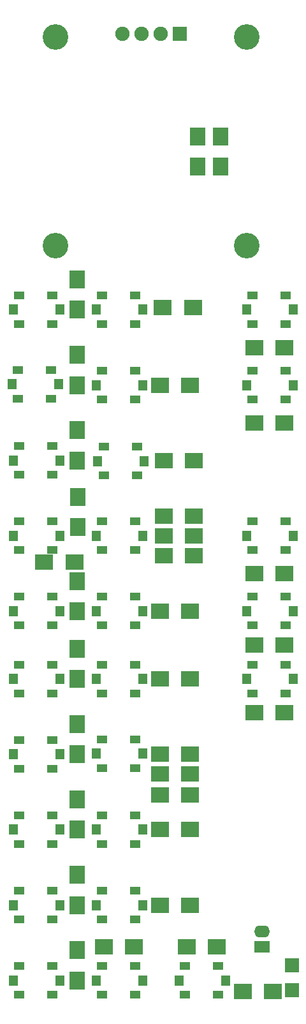
<source format=gbr>
G04 #@! TF.FileFunction,Soldermask,Top*
%FSLAX46Y46*%
G04 Gerber Fmt 4.6, Leading zero omitted, Abs format (unit mm)*
G04 Created by KiCad (PCBNEW 4.0.6) date 07/28/17 14:14:33*
%MOMM*%
%LPD*%
G01*
G04 APERTURE LIST*
%ADD10C,0.100000*%
%ADD11C,3.400000*%
%ADD12C,1.900000*%
%ADD13R,1.900000X1.900000*%
%ADD14R,1.400000X1.000000*%
%ADD15R,1.200000X1.400000*%
%ADD16R,2.100000X2.400000*%
%ADD17R,2.400000X2.100000*%
%ADD18R,2.100000X1.600000*%
%ADD19O,2.100000X1.600000*%
G04 APERTURE END LIST*
D10*
D11*
X96000000Y-57500000D03*
X70600000Y-57500000D03*
X96000000Y-29800000D03*
X70600000Y-29800000D03*
D12*
X82050000Y-29350000D03*
X84590000Y-29350000D03*
D13*
X87130000Y-29350000D03*
D12*
X79510000Y-29350000D03*
D14*
X70200000Y-113100000D03*
X70200000Y-116900000D03*
X65800000Y-116900000D03*
D15*
X71200000Y-115000000D03*
X65000000Y-115000000D03*
D14*
X65800000Y-113100000D03*
X101200000Y-113100000D03*
X101200000Y-116900000D03*
X96800000Y-116900000D03*
D15*
X102200000Y-115000000D03*
X96000000Y-115000000D03*
D14*
X96800000Y-113100000D03*
X92200000Y-153100000D03*
X92200000Y-156900000D03*
X87800000Y-156900000D03*
D15*
X93200000Y-155000000D03*
X87000000Y-155000000D03*
D14*
X87800000Y-153100000D03*
X81200000Y-104100000D03*
X81200000Y-107900000D03*
X76800000Y-107900000D03*
D15*
X82200000Y-106000000D03*
X76000000Y-106000000D03*
D14*
X76800000Y-104100000D03*
X81200000Y-153100000D03*
X81200000Y-156900000D03*
X76800000Y-156900000D03*
D15*
X82200000Y-155000000D03*
X76000000Y-155000000D03*
D14*
X76800000Y-153100000D03*
X70200000Y-104100000D03*
X70200000Y-107900000D03*
X65800000Y-107900000D03*
D15*
X71200000Y-106000000D03*
X65000000Y-106000000D03*
D14*
X65800000Y-104100000D03*
X101200000Y-104100000D03*
X101200000Y-107900000D03*
X96800000Y-107900000D03*
D15*
X102200000Y-106000000D03*
X96000000Y-106000000D03*
D14*
X96800000Y-104100000D03*
X81200000Y-143100000D03*
X81200000Y-146900000D03*
X76800000Y-146900000D03*
D15*
X82200000Y-145000000D03*
X76000000Y-145000000D03*
D14*
X76800000Y-143100000D03*
X81200000Y-94100000D03*
X81200000Y-97900000D03*
X76800000Y-97900000D03*
D15*
X82200000Y-96000000D03*
X76000000Y-96000000D03*
D14*
X76800000Y-94100000D03*
X70200000Y-153100000D03*
X70200000Y-156900000D03*
X65800000Y-156900000D03*
D15*
X71200000Y-155000000D03*
X65000000Y-155000000D03*
D14*
X65800000Y-153100000D03*
X70200000Y-94100000D03*
X70200000Y-97900000D03*
X65800000Y-97900000D03*
D15*
X71200000Y-96000000D03*
X65000000Y-96000000D03*
D14*
X65800000Y-94100000D03*
X101200000Y-94100000D03*
X101200000Y-97900000D03*
X96800000Y-97900000D03*
D15*
X102200000Y-96000000D03*
X96000000Y-96000000D03*
D14*
X96800000Y-94100000D03*
X81200000Y-133100000D03*
X81200000Y-136900000D03*
X76800000Y-136900000D03*
D15*
X82200000Y-135000000D03*
X76000000Y-135000000D03*
D14*
X76800000Y-133100000D03*
X81400000Y-84200000D03*
X81400000Y-88000000D03*
X77000000Y-88000000D03*
D15*
X82400000Y-86100000D03*
X76200000Y-86100000D03*
D14*
X77000000Y-84200000D03*
X70200000Y-143100000D03*
X70200000Y-146900000D03*
X65800000Y-146900000D03*
D15*
X71200000Y-145000000D03*
X65000000Y-145000000D03*
D14*
X65800000Y-143100000D03*
X101200000Y-74100000D03*
X101200000Y-77900000D03*
X96800000Y-77900000D03*
D15*
X102200000Y-76000000D03*
X96000000Y-76000000D03*
D14*
X96800000Y-74100000D03*
X81200000Y-123000000D03*
X81200000Y-126800000D03*
X76800000Y-126800000D03*
D15*
X82200000Y-124900000D03*
X76000000Y-124900000D03*
D14*
X76800000Y-123000000D03*
X81200000Y-74100000D03*
X81200000Y-77900000D03*
X76800000Y-77900000D03*
D15*
X82200000Y-76000000D03*
X76000000Y-76000000D03*
D14*
X76800000Y-74100000D03*
X70200000Y-133100000D03*
X70200000Y-136900000D03*
X65800000Y-136900000D03*
D15*
X71200000Y-135000000D03*
X65000000Y-135000000D03*
D14*
X65800000Y-133100000D03*
X70000000Y-74000000D03*
X70000000Y-77800000D03*
X65600000Y-77800000D03*
D15*
X71000000Y-75900000D03*
X64800000Y-75900000D03*
D14*
X65600000Y-74000000D03*
X81200000Y-113100000D03*
X81200000Y-116900000D03*
X76800000Y-116900000D03*
D15*
X82200000Y-115000000D03*
X76000000Y-115000000D03*
D14*
X76800000Y-113100000D03*
X81200000Y-64100000D03*
X81200000Y-67900000D03*
X76800000Y-67900000D03*
D15*
X82200000Y-66000000D03*
X76000000Y-66000000D03*
D14*
X76800000Y-64100000D03*
X70200000Y-123100000D03*
X70200000Y-126900000D03*
X65800000Y-126900000D03*
D15*
X71200000Y-125000000D03*
X65000000Y-125000000D03*
D14*
X65800000Y-123100000D03*
X70200000Y-64100000D03*
X70200000Y-67900000D03*
X65800000Y-67900000D03*
D15*
X71200000Y-66000000D03*
X65000000Y-66000000D03*
D14*
X65800000Y-64100000D03*
D16*
X73500000Y-115000000D03*
X73500000Y-111000000D03*
D17*
X101000000Y-119500000D03*
X97000000Y-119500000D03*
X92000000Y-150500000D03*
X88000000Y-150500000D03*
X84500000Y-106000000D03*
X88500000Y-106000000D03*
X81000000Y-150500000D03*
X77000000Y-150500000D03*
D16*
X73500000Y-106000000D03*
X73500000Y-102000000D03*
D17*
X84500000Y-145000000D03*
X88500000Y-145000000D03*
X85000000Y-96000000D03*
X89000000Y-96000000D03*
D16*
X73500000Y-155000000D03*
X73500000Y-151000000D03*
X73600000Y-94850000D03*
X73600000Y-90850000D03*
D17*
X101000000Y-110500000D03*
X97000000Y-110500000D03*
X101000000Y-101000000D03*
X97000000Y-101000000D03*
X84500000Y-135000000D03*
X88500000Y-135000000D03*
X85000000Y-86000000D03*
X89000000Y-86000000D03*
D16*
X73500000Y-145000000D03*
X73500000Y-141000000D03*
X73500000Y-86000000D03*
X73500000Y-82000000D03*
D17*
X101000000Y-81000000D03*
X97000000Y-81000000D03*
X84500000Y-125000000D03*
X88500000Y-125000000D03*
X84500000Y-76000000D03*
X88500000Y-76000000D03*
D16*
X73500000Y-135000000D03*
X73500000Y-131000000D03*
X73500000Y-76000000D03*
X73500000Y-72000000D03*
D17*
X101000000Y-71000000D03*
X97000000Y-71000000D03*
X84500000Y-115000000D03*
X88500000Y-115000000D03*
X84850000Y-65700000D03*
X88850000Y-65700000D03*
D16*
X73500000Y-125000000D03*
X73500000Y-121000000D03*
X73500000Y-66000000D03*
X73500000Y-62000000D03*
D17*
X95500000Y-156500000D03*
X99500000Y-156500000D03*
D16*
X92500000Y-47000000D03*
X92500000Y-43000000D03*
D17*
X88500000Y-130400000D03*
X84500000Y-130400000D03*
D16*
X89500000Y-47000000D03*
X89500000Y-43000000D03*
D17*
X84500000Y-127600000D03*
X88500000Y-127600000D03*
X89000000Y-93400000D03*
X85000000Y-93400000D03*
X69100000Y-99500000D03*
X73100000Y-99500000D03*
X89000000Y-98600000D03*
X85000000Y-98600000D03*
D18*
X98000000Y-150500000D03*
D19*
X98000000Y-148500000D03*
D13*
X102000000Y-156300000D03*
X102000000Y-153000000D03*
D14*
X101200000Y-64100000D03*
X101200000Y-67900000D03*
X96800000Y-67900000D03*
D15*
X102200000Y-66000000D03*
X96000000Y-66000000D03*
D14*
X96800000Y-64100000D03*
X70200000Y-84100000D03*
X70200000Y-87900000D03*
X65800000Y-87900000D03*
D15*
X71200000Y-86000000D03*
X65000000Y-86000000D03*
D14*
X65800000Y-84100000D03*
M02*

</source>
